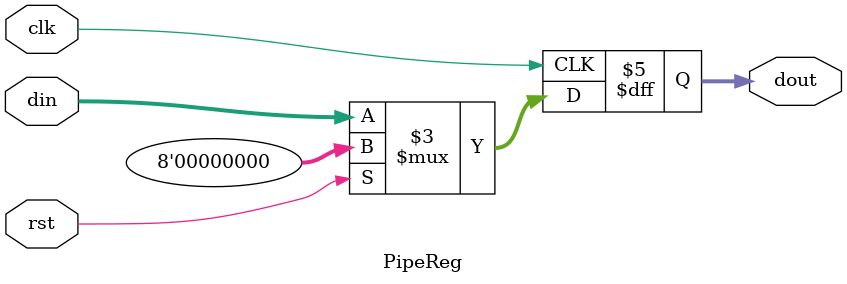
<source format=sv>

module PipeMux #(
    parameter DW = 8,         // Data width
    parameter STAGES = 2      // Number of pipeline stages
)(
    input wire clk,
    input wire rst,
    input wire [3:0] sel,
    input wire [(16*DW)-1:0] din,
    output wire [DW-1:0] dout
);

    wire [DW-1:0] mux_out;
    wire [DW-1:0] stage0_out;
    wire [DW-1:0] stage1_out;

    // 多路选择子模块实例化
    Mux16to1 #(
        .DW(DW)
    ) u_mux16to1 (
        .sel(sel),
        .din(din),
        .dout(mux_out)
    );

    // 一级流水线寄存器
    PipeReg #(
        .DW(DW)
    ) u_stage0 (
        .clk(clk),
        .rst(rst),
        .din(mux_out),
        .dout(stage0_out)
    );

    // 二级流水线寄存器，仅当STAGES>1时启用
    generate
        if (STAGES > 1) begin : gen_stage1
            PipeReg #(
                .DW(DW)
            ) u_stage1 (
                .clk(clk),
                .rst(rst),
                .din(stage0_out),
                .dout(stage1_out)
            );
            assign dout = stage1_out;
        end else begin : gen_stage1_bypass
            assign dout = stage0_out;
        end
    endgenerate

endmodule

// -------------------------------------------------------------------------
// 16:1 多路选择器子模块
// 根据sel选择din中的一个DW宽的数据输出
module Mux16to1 #(
    parameter DW = 8
)(
    input  wire [3:0] sel,
    input  wire [(16*DW)-1:0] din,
    output reg  [DW-1:0] dout
);
    always @(*) begin
        case (sel)
            4'd0 : dout = din[DW*1-1:DW*0];
            4'd1 : dout = din[DW*2-1:DW*1];
            4'd2 : dout = din[DW*3-1:DW*2];
            4'd3 : dout = din[DW*4-1:DW*3];
            4'd4 : dout = din[DW*5-1:DW*4];
            4'd5 : dout = din[DW*6-1:DW*5];
            4'd6 : dout = din[DW*7-1:DW*6];
            4'd7 : dout = din[DW*8-1:DW*7];
            4'd8 : dout = din[DW*9-1:DW*8];
            4'd9 : dout = din[DW*10-1:DW*9];
            4'd10: dout = din[DW*11-1:DW*10];
            4'd11: dout = din[DW*12-1:DW*11];
            4'd12: dout = din[DW*13-1:DW*12];
            4'd13: dout = din[DW*14-1:DW*13];
            4'd14: dout = din[DW*15-1:DW*14];
            4'd15: dout = din[DW*16-1:DW*15];
            default: dout = {DW{1'b0}};
        endcase
    end
endmodule

// -------------------------------------------------------------------------
// 同步流水线寄存器子模块
// 在时钟上升沿将输入数据锁存到输出
module PipeReg #(
    parameter DW = 8
)(
    input  wire clk,
    input  wire rst,
    input  wire [DW-1:0] din,
    output reg  [DW-1:0] dout
);
    always @(posedge clk) begin
        if (rst) begin
            dout <= {DW{1'b0}};
        end else begin
            dout <= din;
        end
    end
endmodule
</source>
